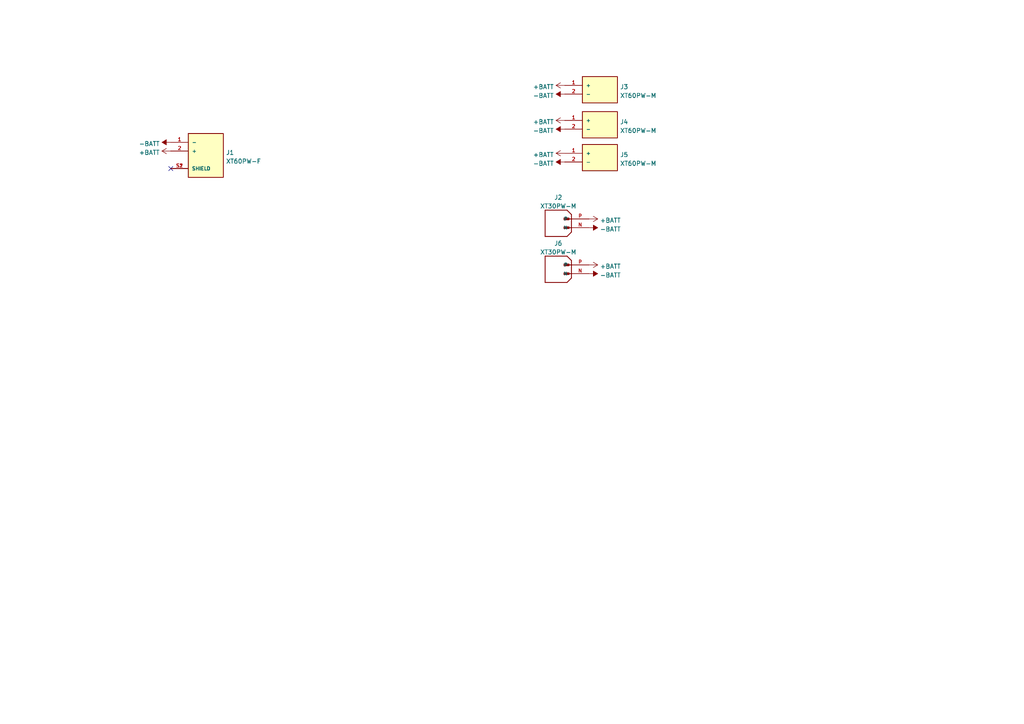
<source format=kicad_sch>
(kicad_sch (version 20211123) (generator eeschema)
  (paper "A4")
  (lib_symbols
    (symbol "XT30PW-M:XT30PW-M" (pin_names (offset 1.016))
      (property "Reference" "J" (at -7.62 3.302 0))
      (property "Value" "XT30PW-M" (at -7.62 -7.62 0))
      (symbol "XT30PW-M_0_0"
        (rectangle (start -2.2225 -2.8575) (end -0.635 -2.2225) (stroke (width 0.1)) (fill (type outline)))
        (rectangle (start -2.2225 -0.3175) (end -0.635 0.3175) (stroke (width 0.1)) (fill (type outline)))
        (polyline (pts (xy -7.62 -5.08) (xy -7.62 2.54)) (stroke (width 0.254)))
        (polyline (pts (xy -7.62 2.54) (xy -1.27 2.54)) (stroke (width 0.254)))
        (polyline (pts (xy -1.27 -5.08) (xy -7.62 -5.08)) (stroke (width 0.254)))
        (polyline (pts (xy 0 -3.81) (xy -1.27 -5.08)) (stroke (width 0.254)))
        (polyline (pts (xy 0 -2.54) (xy -1.905 -2.54)) (stroke (width 0.254)))
        (polyline (pts (xy 0 0) (xy -1.905 0)) (stroke (width 0.254)))
        (polyline (pts (xy 0 0) (xy 0 -3.81)) (stroke (width 0.254)))
        (polyline (pts (xy 0 1.27) (xy -1.27 2.54)) (stroke (width 0.254)))
        (polyline (pts (xy 0 1.27) (xy 0 0)) (stroke (width 0.254)))
        (pin power_in line (at 5.08 -2.54 180) (length 5.08) (name "N") (number "N"))
        (pin power_in line (at 5.08 0 180) (length 5.08) (name "P") (number "P"))
      )
    )
    (symbol "XT60PW-F:XT60PW-F" (pin_names (offset 1.016))
      (property "Reference" "J" (at -5.08 6.35 0))
      (property "Value" "XT60PW-F" (at -5.08 -8.89 0))
      (symbol "XT60PW-F_0_0"
        (rectangle (start -5.08 -7.62) (end 5.08 5.08) (stroke (width 0.254)) (fill (type background)))
        (pin passive line (at -10.16 2.54 0) (length 5.08) (name "-") (number "1"))
        (pin passive line (at -10.16 0 0) (length 5.08) (name "+") (number "2"))
        (pin passive line (at -10.16 -5.08 0) (length 5.08) (name "SHIELD") (number "S1"))
        (pin passive line (at -10.16 -5.08 0) (length 5.08) (name "SHIELD") (number "S2"))
      )
    )
    (symbol "XT60PW-M:XT60PW-M" (pin_names (offset 1.016))
      (property "Reference" "J" (at -5.08 5.7234 0))
      (property "Value" "XT60PW-M" (at -5.08 -5.0923 0))
      (symbol "XT60PW-M_0_0"
        (rectangle (start -5.08 -2.54) (end 5.08 5.08) (stroke (width 0.254)) (fill (type background)))
        (pin passive line (at -10.16 2.54 0) (length 5.08) (name "+") (number "1"))
        (pin passive line (at -10.16 0 0) (length 5.08) (name "-") (number "2"))
      )
    )
    (symbol "power:+BATT" (power) (pin_names (offset 0))
      (property "Value" "+BATT" (at 0 3.556 0))
      (symbol "+BATT_0_1"
        (polyline (pts (xy -0.762 1.27) (xy 0 2.54)))
        (polyline (pts (xy 0 0) (xy 0 2.54)))
        (polyline (pts (xy 0 2.54) (xy 0.762 1.27)))
      )
      (symbol "+BATT_1_1"
        (pin power_in line (at 0 0 90) (length 0) hide (name "+BATT") (number "1"))
      )
    )
    (symbol "power:-BATT" (power) (pin_names (offset 0))
      (property "Value" "-BATT" (at 0 3.556 0))
      (symbol "-BATT_0_1"
        (polyline (pts (xy 0 0) (xy 0 2.54)))
        (polyline (pts (xy 0.762 1.27) (xy -0.762 1.27) (xy 0 2.54) (xy 0.762 1.27)) (fill (type outline)))
      )
      (symbol "-BATT_1_1"
        (pin power_in line (at 0 0 90) (length 0) hide (name "-BATT") (number "1"))
      )
    )
  )
  (no_connect (at 49.53 48.895))
  (symbol (lib_id "power:-BATT") (at 163.83 37.465 90) (unit 1)
    (property "Reference" "#PWR0107" (effects hide))
    (property "Value" "-BATT" (at 160.655 37.8988 90) (effects (justify left)))
  )
  (symbol (lib_id "power:-BATT") (at 170.815 66.04 270) (unit 1)
    (property "Reference" "#PWR0109" (effects hide))
    (property "Value" "-BATT" (at 173.99 66.4738 90) (effects (justify left)))
  )
  (symbol (lib_id "XT30PW-M:XT30PW-M") (at 165.735 63.5 0) (unit 1)
    (property "Reference" "J2" (at 161.925 57.2602 0))
    (property "Value" "XT30PW-M" (at 161.925 59.7971 0))
    (property "Footprint" "dylan:AMASS_XT30PW-M" (effects hide))
    (property "MF" "AMASS" (effects hide))
    (property "MAXIMUM_PACKAGE_HEIGHT" "5 mm" (effects hide))
    (property "Package" "None" (effects hide))
    (property "Price" "None" (effects hide))
    (property "Check_prices" "https://www.snapeda.com/parts/XT30PW-M/AMASS/view-part/?ref=eda" (effects hide))
    (property "STANDARD" "Manufacturer Recommendations" (effects hide))
    (property "PARTREV" "1.2" (effects hide))
    (property "SnapEDA_Link" "https://www.snapeda.com/parts/XT30PW-M/AMASS/view-part/?ref=snap" (effects hide))
    (property "MP" "XT30PW-M" (effects hide))
    (property "Description" "\nSocket; DC supply; XT30; male; PIN: 2; on PCBs; THT; Colour: yellow\n" (effects hide))
    (property "MANUFACTURER" "Amass" (effects hide))
    (property "Availability" "Not in stock" (effects hide))
    (property "SNAPEDA_PN" "XT30PW-M" (effects hide))
  )
  (symbol (lib_id "XT60PW-M:XT60PW-M") (at 173.99 46.99 0) (unit 1)
    (property "Reference" "J5" (at 179.832 44.8853 0) (effects (justify left)))
    (property "Value" "XT60PW-M" (at 179.832 47.4222 0) (effects (justify left)))
    (property "Footprint" "dylan:AMASS_XT60PW-M" (effects hide))
    (property "MF" "AMASS" (effects hide))
    (property "MAXIMUM_PACKAGE_HEIGHT" "8.4 mm" (effects hide))
    (property "Package" "Package" (effects hide))
    (property "Price" "None" (effects hide))
    (property "Check_prices" "https://www.snapeda.com/parts/XT60PW-M/AMASS/view-part/?ref=eda" (effects hide))
    (property "STANDARD" "Manufacturer recommendations" (effects hide))
    (property "PARTREV" "V1.2" (effects hide))
    (property "SnapEDA_Link" "https://www.snapeda.com/parts/XT60PW-M/AMASS/view-part/?ref=snap" (effects hide))
    (property "MP" "XT60PW-M" (effects hide))
    (property "Description" "\nSocket, DC supply, male, PIN: 2\n" (effects hide))
    (property "Availability" "Not in stock" (effects hide))
    (property "MANUFACTURER" "AMASS" (effects hide))
  )
  (symbol (lib_id "XT60PW-M:XT60PW-M") (at 173.99 37.465 0) (unit 1)
    (property "Reference" "J4" (at 179.832 35.3603 0) (effects (justify left)))
    (property "Value" "XT60PW-M" (at 179.832 37.8972 0) (effects (justify left)))
    (property "Footprint" "dylan:AMASS_XT60PW-M" (effects hide))
    (property "MF" "AMASS" (effects hide))
    (property "MAXIMUM_PACKAGE_HEIGHT" "8.4 mm" (effects hide))
    (property "Package" "Package" (effects hide))
    (property "Price" "None" (effects hide))
    (property "Check_prices" "https://www.snapeda.com/parts/XT60PW-M/AMASS/view-part/?ref=eda" (effects hide))
    (property "STANDARD" "Manufacturer recommendations" (effects hide))
    (property "PARTREV" "V1.2" (effects hide))
    (property "SnapEDA_Link" "https://www.snapeda.com/parts/XT60PW-M/AMASS/view-part/?ref=snap" (effects hide))
    (property "MP" "XT60PW-M" (effects hide))
    (property "Description" "\nSocket, DC supply, male, PIN: 2\n" (effects hide))
    (property "Availability" "Not in stock" (effects hide))
    (property "MANUFACTURER" "AMASS" (effects hide))
  )
  (symbol (lib_id "power:-BATT") (at 170.815 79.375 270) (unit 1)
    (property "Reference" "#PWR0112" (effects hide))
    (property "Value" "-BATT" (at 173.99 79.8088 90) (effects (justify left)))
  )
  (symbol (lib_id "power:+BATT") (at 170.815 76.835 270) (unit 1)
    (property "Reference" "#PWR0111" (effects hide))
    (property "Value" "+BATT" (at 173.99 77.2688 90) (effects (justify left)))
  )
  (symbol (lib_id "power:+BATT") (at 163.83 34.925 90) (unit 1)
    (property "Reference" "#PWR0103" (effects hide))
    (property "Value" "+BATT" (at 160.655 35.3588 90) (effects (justify left)))
  )
  (symbol (lib_id "power:+BATT") (at 170.815 63.5 270) (unit 1)
    (property "Reference" "#PWR0110" (effects hide))
    (property "Value" "+BATT" (at 173.99 63.9338 90) (effects (justify left)))
  )
  (symbol (lib_id "power:-BATT") (at 163.83 46.99 90) (unit 1)
    (property "Reference" "#PWR0108" (effects hide))
    (property "Value" "-BATT" (at 160.655 47.4238 90) (effects (justify left)))
  )
  (symbol (lib_id "power:+BATT") (at 163.83 44.45 90) (unit 1)
    (property "Reference" "#PWR0104" (effects hide))
    (property "Value" "+BATT" (at 160.655 44.8838 90) (effects (justify left)))
  )
  (symbol (lib_id "power:+BATT") (at 163.83 24.765 90) (unit 1)
    (property "Reference" "#PWR0102" (effects hide))
    (property "Value" "+BATT" (at 160.655 25.1988 90) (effects (justify left)))
  )
  (symbol (lib_id "power:+BATT") (at 49.53 43.815 90) (unit 1)
    (property "Reference" "#PWR0106" (effects hide))
    (property "Value" "+BATT" (at 46.355 44.2488 90) (effects (justify left)))
  )
  (symbol (lib_id "power:-BATT") (at 163.83 27.305 90) (unit 1)
    (property "Reference" "#PWR0101" (effects hide))
    (property "Value" "-BATT" (at 160.655 27.7388 90) (effects (justify left)))
  )
  (symbol (lib_id "XT60PW-M:XT60PW-M") (at 173.99 27.305 0) (unit 1)
    (property "Reference" "J3" (at 179.832 25.2003 0) (effects (justify left)))
    (property "Value" "XT60PW-M" (at 179.832 27.7372 0) (effects (justify left)))
    (property "Footprint" "dylan:AMASS_XT60PW-M" (effects hide))
    (property "MF" "AMASS" (effects hide))
    (property "MAXIMUM_PACKAGE_HEIGHT" "8.4 mm" (effects hide))
    (property "Package" "Package" (effects hide))
    (property "Price" "None" (effects hide))
    (property "Check_prices" "https://www.snapeda.com/parts/XT60PW-M/AMASS/view-part/?ref=eda" (effects hide))
    (property "STANDARD" "Manufacturer recommendations" (effects hide))
    (property "PARTREV" "V1.2" (effects hide))
    (property "SnapEDA_Link" "https://www.snapeda.com/parts/XT60PW-M/AMASS/view-part/?ref=snap" (effects hide))
    (property "MP" "XT60PW-M" (effects hide))
    (property "Description" "\nSocket, DC supply, male, PIN: 2\n" (effects hide))
    (property "Availability" "Not in stock" (effects hide))
    (property "MANUFACTURER" "AMASS" (effects hide))
  )
  (symbol (lib_id "XT60PW-F:XT60PW-F") (at 59.69 43.815 0) (unit 1)
    (property "Reference" "J1" (at 65.532 44.2503 0) (effects (justify left)))
    (property "Value" "XT60PW-F" (at 65.532 46.7872 0) (effects (justify left)))
    (property "Footprint" "dylan:AMASS_XT60PW-F" (effects hide))
    (property "MF" "AMASS" (effects hide))
    (property "MAXIMUM_PACKAGE_HEIGHT" "8.4 mm" (effects hide))
    (property "Package" "Package" (effects hide))
    (property "Price" "None" (effects hide))
    (property "Check_prices" "https://www.snapeda.com/parts/XT60PW-F/AMASS/view-part/?ref=eda" (effects hide))
    (property "STANDARD" "Manufacturer Recommendations" (effects hide))
    (property "PARTREV" "V1.2" (effects hide))
    (property "SnapEDA_Link" "https://www.snapeda.com/parts/XT60PW-F/AMASS/view-part/?ref=snap" (effects hide))
    (property "MP" "XT60PW-F" (effects hide))
    (property "Description" "\n" (effects hide))
    (property "Availability" "Not in stock" (effects hide))
    (property "MANUFACTURER" "AMASS" (effects hide))
  )
  (symbol (lib_id "XT30PW-M:XT30PW-M") (at 165.735 76.835 0) (unit 1)
    (property "Reference" "J6" (at 161.925 70.5952 0))
    (property "Value" "XT30PW-M" (at 161.925 73.1321 0))
    (property "Footprint" "dylan:AMASS_XT30PW-M" (effects hide))
    (property "MF" "AMASS" (effects hide))
    (property "MAXIMUM_PACKAGE_HEIGHT" "5 mm" (effects hide))
    (property "Package" "None" (effects hide))
    (property "Price" "None" (effects hide))
    (property "Check_prices" "https://www.snapeda.com/parts/XT30PW-M/AMASS/view-part/?ref=eda" (effects hide))
    (property "STANDARD" "Manufacturer Recommendations" (effects hide))
    (property "PARTREV" "1.2" (effects hide))
    (property "SnapEDA_Link" "https://www.snapeda.com/parts/XT30PW-M/AMASS/view-part/?ref=snap" (effects hide))
    (property "MP" "XT30PW-M" (effects hide))
    (property "Description" "\nSocket; DC supply; XT30; male; PIN: 2; on PCBs; THT; Colour: yellow\n" (effects hide))
    (property "MANUFACTURER" "Amass" (effects hide))
    (property "Availability" "Not in stock" (effects hide))
    (property "SNAPEDA_PN" "XT30PW-M" (effects hide))
  )
  (symbol (lib_id "power:-BATT") (at 49.53 41.275 90) (unit 1)
    (property "Reference" "#PWR0105" (effects hide))
    (property "Value" "-BATT" (at 46.355 41.7088 90) (effects (justify left)))
  )
)
</source>
